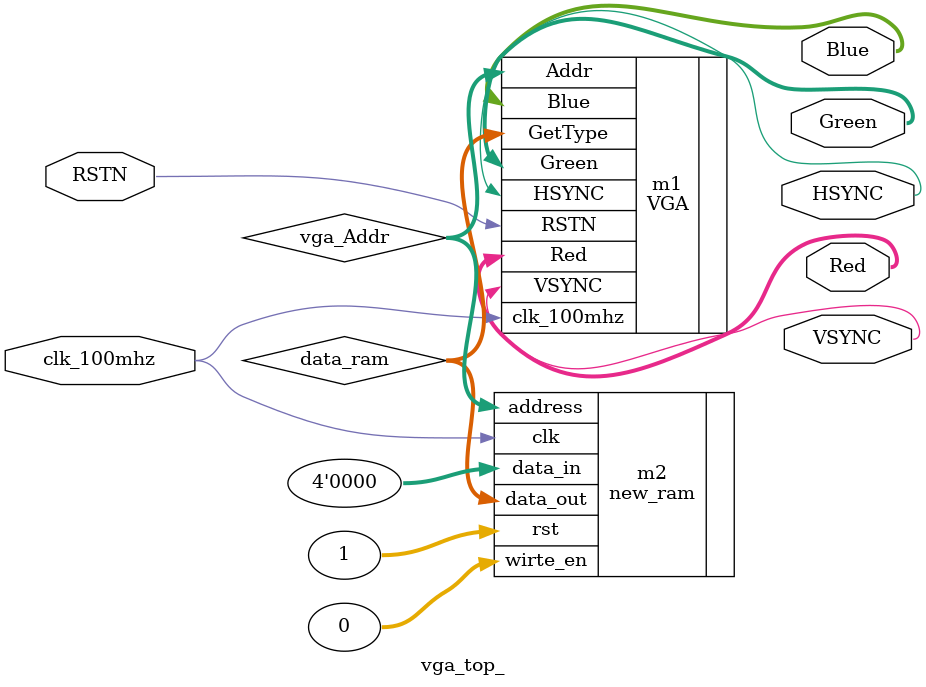
<source format=v>
`timescale 1ns / 1ps
module vga_top_(// Change it to the top of the whole vga
    input clk_100mhz,
    input RSTN,
    output HSYNC,
    output VSYNC,
    output wire [3:0] Red,
    output wire [3:0] Green,
    output wire [3:0] Blue
    );
	 wire [3:0]data_ram;
	 wire [11:0]vga_Addr;
	 VGA m1(.clk_100mhz(clk_100mhz),// This clock period must >= clock period of ram
			  .RSTN(RSTN),
			  .HSYNC(HSYNC),
			  .VSYNC(VSYNC),
			  .Red(Red),
			  .Green(Green),
			  .Blue(Blue),
			  .GetType(data_ram),// wire connect to the ram input
			  .Addr(vga_Addr) // wire connect to the ram output
				);
	 new_ram m2(.clk(clk_100mhz),
					.rst(1),
					.wirte_en(0),
					.address(vga_Addr),
					.data_in(4'b0000),
					.data_out(data_ram)
					);


endmodule

</source>
